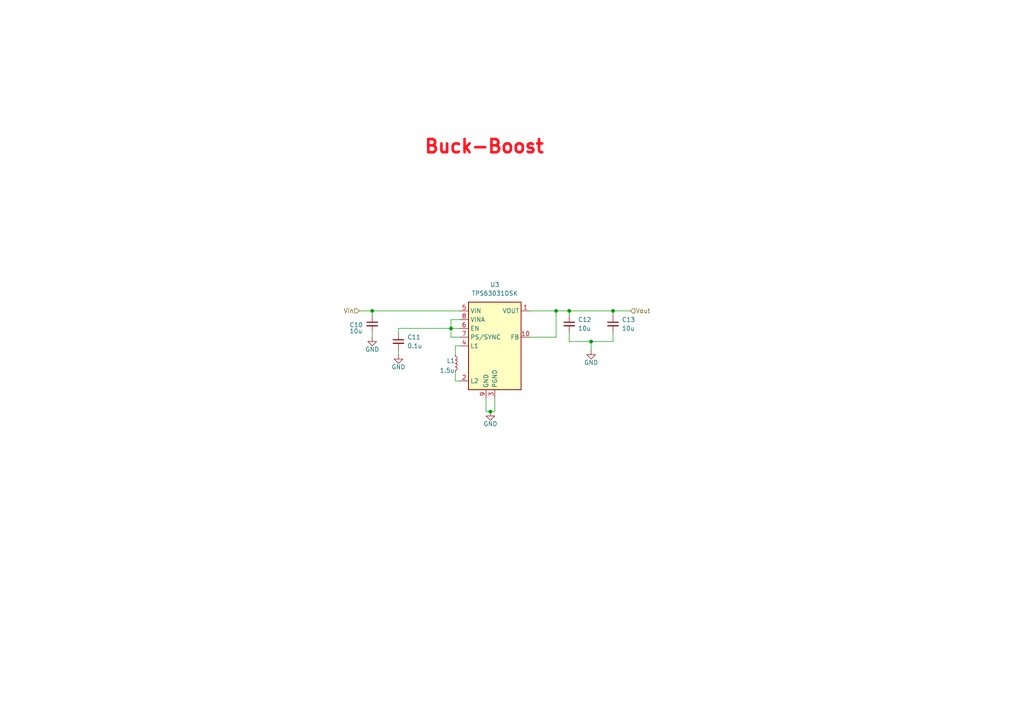
<source format=kicad_sch>
(kicad_sch (version 20250114) (generator "eeschema") (generator_version "9.0")
  (paper "A4")
  (lib_symbols
    (symbol "Device:C_Small" (pin_numbers (hide yes)) (pin_names (offset 0.254) (hide yes))
      (property "Reference" "C" (at 0.254 1.778 0))
      (property "Value" "C_Small" (at 0.254 -2.032 0))
      (symbol "C_Small_0_1"
        (polyline (pts (xy -1.524 0.508) (xy 1.524 0.508)) (stroke (width 0.3048)))
        (polyline (pts (xy -1.524 -0.508) (xy 1.524 -0.508)) (stroke (width 0.3302)))
      )
      (symbol "C_Small_1_1"
        (pin passive line (at 0 2.54 270) (length 2.032) (name "~") (number "1"))
        (pin passive line (at 0 -2.54 90) (length 2.032) (name "~") (number "2"))
      )
    )
    (symbol "Device:L_Small" (pin_numbers (hide yes)) (pin_names (offset 0.254) (hide yes))
      (property "Reference" "L" (at 0.762 1.016 0))
      (property "Value" "L_Small" (at 0.762 -1.016 0))
      (symbol "L_Small_0_1"
        (arc (start 0 2.032) (mid 0.5058 1.524) (end 0 1.016))
        (arc (start 0 1.016) (mid 0.5058 0.508) (end 0 0))
        (arc (start 0 0) (mid 0.5058 -0.508) (end 0 -1.016))
        (arc (start 0 -1.016) (mid 0.5058 -1.524) (end 0 -2.032))
      )
      (symbol "L_Small_1_1"
        (pin passive line (at 0 2.54 270) (length 0.508) (name "~") (number "1"))
        (pin passive line (at 0 -2.54 90) (length 0.508) (name "~") (number "2"))
      )
    )
    (symbol "Regulator_Switching:TPS63031DSK"
      (property "Reference" "U" (at -7.62 13.97 0))
      (property "Value" "TPS63031DSK" (at 5.08 13.97 0))
      (symbol "TPS63031DSK_0_1"
        (rectangle (start -7.62 12.7) (end 7.62 -12.7) (stroke (width 0.254)) (fill (type background)))
      )
      (symbol "TPS63031DSK_1_1"
        (pin power_in line (at -10.16 10.16 0) (length 2.54) (name "VIN") (number "5"))
        (pin passive line (at -10.16 7.62 0) (length 2.54) (name "VINA") (number "8"))
        (pin input line (at -10.16 5.08 0) (length 2.54) (name "EN") (number "6"))
        (pin input line (at -10.16 2.54 0) (length 2.54) (name "PS/SYNC") (number "7"))
        (pin input line (at -10.16 0 0) (length 2.54) (name "L1") (number "4"))
        (pin input line (at -10.16 -10.16 0) (length 2.54) (name "L2") (number "2"))
        (pin power_in line (at -2.54 -15.24 90) (length 2.54) (name "GND") (number "9"))
        (pin passive line (at 0 -15.24 90) (length 2.54) (hide yes) (name "PGND") (number "11"))
        (pin power_in line (at 0 -15.24 90) (length 2.54) (name "PGND") (number "3"))
        (pin power_out line (at 10.16 10.16 180) (length 2.54) (name "VOUT") (number "1"))
        (pin input line (at 10.16 2.54 180) (length 2.54) (name "FB") (number "10"))
      )
    )
    (symbol "power:GND" (power) (pin_numbers (hide yes)) (pin_names (offset 0) (hide yes))
      (property "Value" "GND" (at 0 -3.81 0))
      (symbol "GND_0_1"
        (polyline (pts (xy 0 0) (xy 0 -1.27) (xy 1.27 -1.27) (xy 0 -2.54) (xy -1.27 -1.27) (xy 0 -1.27)))
      )
      (symbol "GND_1_1"
        (pin power_in line (at 0 0 270) (length 0) (name "~") (number "1"))
      )
    )
  )
  (text "Buck-Boost" (at 140.462 42.672 0) (effects (font (size 3.81 3.81) (thickness 0.762) (bold yes))))
  (junction (at 165.1 90.17))
  (junction (at 130.81 95.25))
  (junction (at 177.8 90.17))
  (junction (at 107.95 90.17))
  (junction (at 171.45 99.06))
  (junction (at 161.29 90.17))
  (junction (at 142.24 119.38))
  (wire (pts (xy 142.24 119.38) (xy 143.51 119.38)))
  (wire (pts (xy 107.95 91.44) (xy 107.95 90.17)))
  (wire (pts (xy 115.57 95.25) (xy 115.57 96.52)))
  (wire (pts (xy 165.1 99.06) (xy 171.45 99.06)))
  (wire (pts (xy 161.29 90.17) (xy 165.1 90.17)))
  (wire (pts (xy 132.08 110.49) (xy 133.35 110.49)))
  (wire (pts (xy 130.81 95.25) (xy 130.81 97.79)))
  (wire (pts (xy 140.97 119.38) (xy 142.24 119.38)))
  (wire (pts (xy 132.08 100.33) (xy 132.08 102.87)))
  (wire (pts (xy 140.97 115.57) (xy 140.97 119.38)))
  (wire (pts (xy 115.57 101.6) (xy 115.57 102.87)))
  (wire (pts (xy 177.8 99.06) (xy 177.8 96.52)))
  (wire (pts (xy 130.81 95.25) (xy 133.35 95.25)))
  (wire (pts (xy 161.29 90.17) (xy 161.29 97.79)))
  (wire (pts (xy 161.29 97.79) (xy 153.67 97.79)))
  (wire (pts (xy 133.35 92.71) (xy 130.81 92.71)))
  (wire (pts (xy 130.81 97.79) (xy 133.35 97.79)))
  (wire (pts (xy 177.8 90.17) (xy 182.88 90.17)))
  (wire (pts (xy 153.67 90.17) (xy 161.29 90.17)))
  (wire (pts (xy 130.81 92.71) (xy 130.81 95.25)))
  (wire (pts (xy 165.1 96.52) (xy 165.1 99.06)))
  (wire (pts (xy 133.35 100.33) (xy 132.08 100.33)))
  (wire (pts (xy 165.1 90.17) (xy 177.8 90.17)))
  (wire (pts (xy 107.95 96.52) (xy 107.95 97.79)))
  (wire (pts (xy 171.45 99.06) (xy 171.45 101.6)))
  (wire (pts (xy 115.57 95.25) (xy 130.81 95.25)))
  (wire (pts (xy 165.1 90.17) (xy 165.1 91.44)))
  (wire (pts (xy 143.51 115.57) (xy 143.51 119.38)))
  (wire (pts (xy 104.14 90.17) (xy 107.95 90.17)))
  (wire (pts (xy 171.45 99.06) (xy 177.8 99.06)))
  (wire (pts (xy 132.08 107.95) (xy 132.08 110.49)))
  (wire (pts (xy 177.8 90.17) (xy 177.8 91.44)))
  (wire (pts (xy 107.95 90.17) (xy 133.35 90.17)))
  (hierarchical_label "Vout" (shape input) (at 182.88 90.17 0))
  (hierarchical_label "Vin" (shape input) (at 104.14 90.17 180))
  (symbol (lib_id "Device:C_Small") (at 115.57 99.06 0) (unit 1)
    (property "Reference" "C11" (at 118.11 97.7962 0) (effects (justify left)))
    (property "Value" "0.1u" (at 118.11 100.3362 0) (effects (justify left)))
    (property "Footprint" "Capacitor_SMD:C_0603_1608Metric" (effects (hide yes)))
    (property "Description" "Unpolarized capacitor, small symbol" (effects (hide yes)))
  )
  (symbol (lib_id "power:GND") (at 142.24 119.38 0) (unit 1)
    (property "Reference" "#PWR020" (effects (hide yes)))
    (property "Value" "GND" (at 142.24 122.936 0))
    (property "Description" "Power symbol creates a global label with name \"GND\" , ground" (effects (hide yes)))
  )
  (symbol (lib_id "power:GND") (at 171.45 101.6 0) (unit 1)
    (property "Reference" "#PWR021" (effects (hide yes)))
    (property "Value" "GND" (at 171.45 105.156 0))
    (property "Description" "Power symbol creates a global label with name \"GND\" , ground" (effects (hide yes)))
  )
  (symbol (lib_id "power:GND") (at 107.95 97.79 0) (unit 1)
    (property "Reference" "#PWR023" (effects (hide yes)))
    (property "Value" "GND" (at 107.95 101.346 0))
    (property "Description" "Power symbol creates a global label with name \"GND\" , ground" (effects (hide yes)))
  )
  (symbol (lib_id "Regulator_Switching:TPS63031DSK") (at 143.51 100.33 0) (unit 1)
    (property "Reference" "U3" (at 143.51 82.55 0))
    (property "Value" "TPS63031DSK" (at 143.51 85.09 0))
    (property "Footprint" "Package_SON:WSON-10-1EP_2.5x2.5mm_P0.5mm_EP1.2x2mm" (effects (hide yes)))
    (property "Datasheet" "http://www.ti.com/lit/ds/symlink/tps63031.pdf" (effects (hide yes)))
    (property "Description" "Buck-Boost Converter, 1.8-5.5V Input Voltage, 1A Switch Current, 3.3V Output Voltage, VSON-10 (DSK0010A)" (effects (hide yes)))
  )
  (symbol (lib_id "Device:C_Small") (at 107.95 93.98 0) (unit 1)
    (property "Reference" "C10" (at 101.346 94.234 0) (effects (justify left)))
    (property "Value" "10u" (at 101.346 96.012 0) (effects (justify left)))
    (property "Footprint" "Capacitor_SMD:C_0805_2012Metric" (effects (hide yes)))
    (property "Description" "Unpolarized capacitor, small symbol" (effects (hide yes)))
  )
  (symbol (lib_id "Device:C_Small") (at 177.8 93.98 0) (unit 1)
    (property "Reference" "C13" (at 180.34 92.7162 0) (effects (justify left)))
    (property "Value" "10u" (at 180.34 95.2562 0) (effects (justify left)))
    (property "Footprint" "Capacitor_SMD:C_0805_2012Metric" (effects (hide yes)))
    (property "Description" "Unpolarized capacitor, small symbol" (effects (hide yes)))
  )
  (symbol (lib_id "power:GND") (at 115.57 102.87 0) (unit 1)
    (property "Reference" "#PWR022" (effects (hide yes)))
    (property "Value" "GND" (at 115.57 106.426 0))
    (property "Description" "Power symbol creates a global label with name \"GND\" , ground" (effects (hide yes)))
  )
  (symbol (lib_id "Device:L_Small") (at 132.08 105.41 0) (unit 1)
    (property "Reference" "L1" (at 129.54 104.648 0) (effects (justify left)))
    (property "Value" "1.5u" (at 127.508 107.442 0) (effects (justify left)))
    (property "Footprint" "Inductor_SMD:L_1210_3225Metric" (effects (hide yes)))
    (property "Description" "Inductor, small symbol" (effects (hide yes)))
  )
  (symbol (lib_id "Device:C_Small") (at 165.1 93.98 0) (unit 1)
    (property "Reference" "C12" (at 167.64 92.7162 0) (effects (justify left)))
    (property "Value" "10u" (at 167.64 95.2562 0) (effects (justify left)))
    (property "Footprint" "Capacitor_SMD:C_0805_2012Metric" (effects (hide yes)))
    (property "Description" "Unpolarized capacitor, small symbol" (effects (hide yes)))
  )
)
</source>
